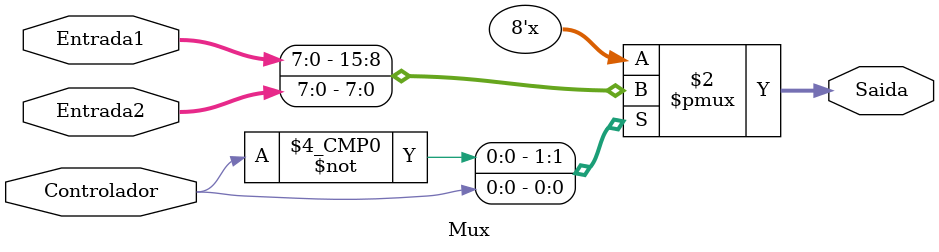
<source format=v>
module Mux(Controlador,Entrada1, Entrada2, Saida);

input Controlador; 
input [7:0]Entrada1; 
input [7:0]Entrada2;
output reg [7:0] Saida;

always @(Controlador, Entrada1, Entrada2) begin //reevaluate if these change
 case (Controlador)
 0: Saida <= Entrada1;
 1: Saida <= Entrada2; 
 default: Saida <= 0;
 endcase
 end
endmodule



</source>
